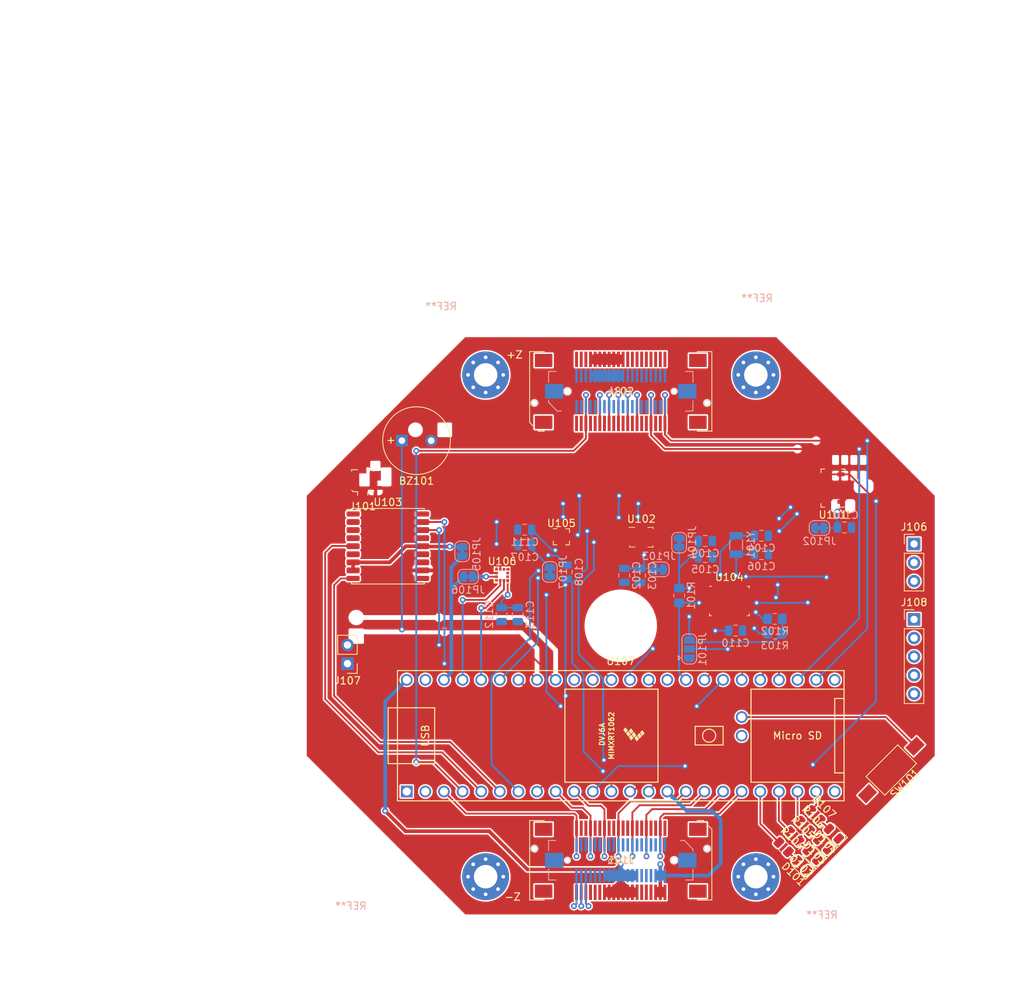
<source format=kicad_pcb>
(kicad_pcb (version 20211014) (generator pcbnew)
  (title_block (title "TARS MK4 Template") (date "2022-12-03") (rev "4.0") (company "Illinois Space Society") (comment 4 "Contributors: Peter Giannetos, Eisha Peyyeti, Danny Guller, Rishi Patel, Siddhant Panse, Buffett Lee"))
  (layers (0 "F.Cu" signal) (31 "B.Cu" signal) (34 "B.Paste" user) (35 "F.Paste" user) (36 "B.SilkS" user "B.Silkscreen") (37 "F.SilkS" user "F.Silkscreen") (38 "B.Mask" user) (39 "F.Mask" user) (44 "Edge.Cuts" user))
  (net 0 "")
  (net 1 "Net-(C101-Pad2)")
  (net 2 "Net-(C102-Pad2)")
  (net 3 "Net-(C104-Pad1)")
  (net 4 "Net-(C105-Pad1)")
  (net 5 "Net-(C106-Pad1)")
  (net 6 "Net-(C107-Pad2)")
  (net 7 "Net-(C108-Pad2)")
  (net 8 "Net-(C110-Pad1)")
  (net 9 "Net-(C112-Pad1)")
  (net 10 "Net-(D101-Pad2)")
  (net 11 "Net-(D102-Pad2)")
  (net 12 "Net-(D103-Pad2)")
  (net 13 "Net-(D104-Pad2)")
  (net 14 "/RESERVED_1")
  (net 15 "/RESERVED_2")
  (net 16 "/RESERVED_3")
  (net 17 "/RESERVED_4")
  (net 18 "/RESERVED_5")
  (net 19 "/TEENSY_GPIO_4")
  (net 20 "/TEENSY_GPIO_5")
  (net 21 "/RESERVED_6")
  (net 22 "/3V3")
  (net 23 "/TEENSY_GPIO_01")
  (net 24 "/TEENSY_GPIO_02")
  (net 25 "/TEENSY_GPIO_03")
  (net 26 "Net-(JP101-Pad2)")
  (net 27 "Net-(JP105-Pad2)")
  (net 28 "Net-(R102-Pad1)")
  (net 29 "Net-(R103-Pad1)")
  (net 38 "/B2B_UART_RX_TELEM")
  (net 39 "/B2B_UART_TX_TELEM")
  (net 40 "GND")
  (net 41 "/BNO086_BOOT")
  (net 42 "/SNS_SPI_SCK")
  (net 43 "/SNS_SPI_MISO")
  (net 44 "/BNO086_RESET")
  (net 45 "/BNO086_INT")
  (net 46 "/BNO086_CS")
  (net 47 "/SNS_SPI_MOSI")
  (net 48 "/5V")
  (net 49 "/B2B_I2C_SCL")
  (net 50 "/B2B_I2C_SDA")
  (net 51 "/PWM_BUZZER")
  (net 52 "/MS5611_CS")
  (net 53 "/B2B_SPI_MISO")
  (net 54 "/LSM6DSLTR_CS")
  (net 55 "/MAX-M10S_INT")
  (net 56 "/LED_BLUE")
  (net 57 "/LED_GREEN")
  (net 58 "/LED_ORANGE")
  (net 59 "/SNS_I2C_SCL")
  (net 60 "/LED_RED")
  (net 61 "/B2B_SPI_SCK")
  (net 62 "/B2B_SPI_MOSI")
  (net 63 "/SNS_I2C_SDA")
  (net 64 "/LSM6DSLTR_INT1")
  (net 65 "/LSM6DSLTR_INT2")
  (net 66 "/LIS3MDL_DRDY")
  (net 67 "/LIS3MDL_INT")
  (net 68 "/LIS3MDL_CS")
  (net 69 "/MAX-M10S_RESET")
  (net 70 "/KX134_CS")
  (net 71 "/KX134_INT1")
  (net 72 "/KX134_INT2")
  (net 73 "/B2B_SERVO_PWM")
  (net 74 "/Teensy_3V3")
  (net 75 "/BNO086_WAKE")
  (net 76 "/B2B_UART_TX_PMB")
  (net 77 "/B2B_UART_RX_PMB")
  (net 78 "/PROGRAM")
  (net 79 "Net-(J101-Pad1)")
  (footprint "Resistor_SMD:R_0805_2012Metric" (layer "F.Cu") (at 123.683839 128.733839 -45)
    (fp_text reference "R105")
    (fp_text value "470")
  )
  (footprint "Package_LGA:LGA-12_2x2mm_P0.5mm" (layer "F.Cu") (at 83.805 93.045)
    (fp_text reference "U106")
    (fp_text value "KX134-1211")
  )
  (footprint "Button_Switch_SMD:SW_SPST_FSMSM" (layer "F.Cu") (at 136.925 119.685 -135)
    (fp_text reference "SW101")
    (fp_text value "FSMSM Switch")
  )
  (footprint "Package_LGA:LGA-8_3x5mm_P1.25mm" (layer "F.Cu") (at 128.975 81.2 180)
    (fp_text reference "U101")
    (fp_text value "MS5611-01BA03")
  )
  (footprint "Connector_Coaxial:U.FL_Molex_MCRF_73412-0110_Vertical" (layer "F.Cu") (at 64.775 80.195)
    (fp_text reference "J101")
    (fp_text value "U.FL")
  )
  (footprint "Resistor_SMD:R_0805_2012Metric" (layer "F.Cu") (at 122.233839 130.208839 -45)
    (fp_text reference "R104")
    (fp_text value "470")
  )
  (footprint "Resistor_SMD:R_0805_2012Metric" (layer "F.Cu") (at 125.133839 127.308839 -45)
    (fp_text reference "R106")
    (fp_text value "470")
  )
  (footprint "Connector_Molex_BTB:Molex_SlimStack_2091680401_2x20_P0.635mm" (layer "F.Cu") (at 100 68 180)
    (fp_text reference "J102")
    (fp_text value "Molex_SlimStack_2091680401_2x20_P0.635mm")
    (fp_circle (center -11.78 -1.58) (end -11.38 -1.58) (layer "Edge.Cuts") (width 0.12) (fill none))
    (fp_circle (center 11.78 -1.58) (end 12.18 -1.58) (layer "Edge.Cuts") (width 0.12) (fill none))
  )
  (footprint "RF_GPS:ublox_MAX" (layer "F.Cu") (at 68.215 89.135)
    (fp_text reference "U103")
    (fp_text value "MAX-M10S")
  )
  (footprint "LED_SMD:LED_0805_2012Metric" (layer "F.Cu") (at 127.633839 129.833839 135)
    (fp_text reference "D103")
    (fp_text value "GREEN LED")
  )
  (footprint "LED_SMD:LED_0805_2012Metric" (layer "F.Cu") (at 129.083839 128.383839 135)
    (fp_text reference "D104")
    (fp_text value "BLUE LED")
  )
  (footprint "Resistor_SMD:R_0805_2012Metric" (layer "F.Cu") (at 126.583839 125.858839 -45)
    (fp_text reference "R107")
    (fp_text value "470")
  )
  (footprint "Connector_Molex_BTB:Molex_SlimStack_2091680401_2x20_P0.635mm" (layer "F.Cu") (at 100 132)
    (fp_text reference "J103")
    (fp_text value "Molex_SlimStack_2091680401_2x20_P0.635mm")
    (fp_circle (center 11.78 -1.58) (end 12.18 -1.58) (layer "Edge.Cuts") (width 0.12) (fill none))
    (fp_circle (center -11.78 -1.58) (end -11.38 -1.58) (layer "Edge.Cuts") (width 0.12) (fill none))
  )
  (footprint "Package_LGA:LGA-28_5.2x3.8mm_P0.5mm" (layer "F.Cu") (at 114.835 96.615)
    (fp_text reference "U104")
    (fp_text value "BNO086")
  )
  (footprint "Connector_PinHeader_2.54mm:PinHeader_1x05_P2.54mm_Vertical" (layer "F.Cu") (at 140.035 99.125)
    (fp_text reference "J108")
    (fp_text value "Conn_01x05")
  )
  (footprint "MCU_Teensy:Teensy41" (layer "F.Cu") (at 100 115)
    (fp_text reference "U107")
    (fp_text value "Teensy4.1")
  )
  (footprint "LED_SMD:LED_0805_2012Metric" (layer "F.Cu") (at 124.733839 132.733839 135)
    (fp_text reference "D101")
    (fp_text value "RED LED")
  )
  (footprint "LED_SMD:LED_0805_2012Metric" (layer "F.Cu") (at 126.183839 131.283839 135)
    (fp_text reference "D102")
    (fp_text value "ORANGE LED")
  )
  (footprint "Connector_PinHeader_2.54mm:PinHeader_1x03_P2.54mm_Vertical" (layer "F.Cu") (at 140.035 88.83)
    (fp_text reference "J106")
    (fp_text value "Conn_01x03")
  )
  (footprint "Package_LGA:LGA-12_2x2mm_P0.5mm" (layer "F.Cu") (at 91.9 87.85)
    (fp_text reference "U105")
    (fp_text value "LIS3MDL")
  )
  (footprint "Package_LGA:Bosch_LGA-14_3x2.5mm_P0.5mm" (layer "F.Cu") (at 102.82 87.91)
    (fp_text reference "U102")
    (fp_text value "LSM6DSLTR")
  )
  (footprint "Connector_PinHeader_2.54mm:PinHeader_1x02_P2.54mm_Vertical" (layer "F.Cu") (at 62.695 105.16 180)
    (fp_text reference "J107")
    (fp_text value "Conn_01x02")
  )
  (footprint "Buzzer_Beeper:MagneticBuzzer_PUI_AT-0927-TT-6-R" (layer "F.Cu") (at 70.125 74.725)
    (fp_text reference "BZ101")
    (fp_text value "Buzzer")
  )
  (footprint "Capacitor_SMD:C_0805_2012Metric" (layer "B.Cu") (at 119.205 87.705)
    (fp_text reference "C104")
    (fp_text value "22pF")
  )
  (footprint "Jumper:SolderJumper-2_P1.3mm_Bridged_RoundedPad1.0x1.5mm" (layer "B.Cu") (at 78.355 89.845 90)
    (fp_text reference "JP105")
    (fp_text value "Jumper_NC_Small")
  )
  (footprint "Jumper:SolderJumper-2_P1.3mm_Bridged_RoundedPad1.0x1.5mm" (layer "B.Cu") (at 127.125 86.65)
    (fp_text reference "JP102")
    (fp_text value "Jumper_NC_Small")
  )
  (footprint "Capacitor_SMD:C_0805_2012Metric" (layer "B.Cu") (at 86.9 88.95)
    (fp_text reference "C107")
    (fp_text value "1uF")
  )
  (footprint "Capacitor_SMD:C_0805_2012Metric" (layer "B.Cu") (at 119.205 90.205)
    (fp_text reference "C106")
    (fp_text value "22pF")
  )
  (footprint "Jumper:SolderJumper-3_P1.3mm_Open_RoundedPad1.0x1.5mm" (layer "B.Cu") (at 109.355 103.175 90)
    (fp_text reference "JP101")
    (fp_text value "SolderJumper_3_Open")
  )
  (footprint "Resistor_SMD:R_0805_2012Metric_Pad1.20x1.40mm_HandSolder" (layer "B.Cu") (at 121.035 101.045)
    (fp_text reference "R103")
    (fp_text value "2.2k")
  )
  (footprint "Capacitor_SMD:C_0805_2012Metric" (layer "B.Cu") (at 85.945 98.475 90)
    (fp_text reference "C113")
    (fp_text value "100nF")
  )
  (footprint "Capacitor_SMD:C_0805_2012Metric" (layer "B.Cu") (at 111.545 88.425)
    (fp_text reference "C109")
    (fp_text value "0.1uF")
  )
  (footprint "Capacitor_SMD:C_0805_2012Metric" (layer "B.Cu") (at 86.885 86.88)
    (fp_text reference "C111")
    (fp_text value "100nF")
  )
  (footprint "Jumper:SolderJumper-2_P1.3mm_Bridged_RoundedPad1.0x1.5mm" (layer "B.Cu") (at 90.325 92.65 90)
    (fp_text reference "JP107")
    (fp_text value "Jumper_2_Bridged")
  )
  (footprint "Capacitor_SMD:C_0805_2012Metric" (layer "B.Cu") (at 130.55 86.575 180)
    (fp_text reference "C101")
    (fp_text value "100nF")
  )
  (footprint "MountingHole:MountingHole_3.2mm_M3_Pad_Via" (layer "B.Cu") (at 118.442536 134.247282 180)
    (fp_text reference "REF**")
    (fp_text value "MountingHole_3.2mm_M3_Pad_Via")
  )
  (footprint "MountingHole:MountingHole_3.2mm_M3_Pad_Via" (layer "B.Cu") (at 81.557464 134.247282 180)
    (fp_text reference "REF**")
    (fp_text value "MountingHole_3.2mm_M3_Pad_Via")
  )
  (footprint "Connector_Molex_BTB:Molex_SlimStack_Plug_2x20_P0.365mm" (layer "B.Cu") (at 100 67.99)
    (fp_text reference "J104")
    (fp_text value "Molex_SlimStack_Plug_2x20_P0.365mm")
    (fp_circle (center -7.285 0) (end -6.835 0) (layer "Edge.Cuts") (width 0.1) (fill none))
    (fp_circle (center 7.285 0) (end 7.635 0) (layer "Edge.Cuts") (width 0.1) (fill none))
  )
  (footprint "Resistor_SMD:R_0805_2012Metric_Pad1.20x1.40mm_HandSolder" (layer "B.Cu") (at 107.975 95.865 90)
    (fp_text reference "R101")
    (fp_text value "10k")
  )
  (footprint "MountingHole:MountingHole_3.2mm_M3_Pad_Via" (layer "B.Cu") (at 81.557464 65.752718 180)
    (fp_text reference "REF**")
    (fp_text value "MountingHole_3.2mm_M3_Pad_Via")
  )
  (footprint "Resistor_SMD:R_0805_2012Metric_Pad1.20x1.40mm_HandSolder" (layer "B.Cu") (at 121.035 99.055)
    (fp_text reference "R102")
    (fp_text value "2.2k")
  )
  (footprint "MountingHole:MountingHole_3.2mm_M3_Pad_Via" (layer "B.Cu") (at 118.442536 65.752718 180)
    (fp_text reference "REF**")
    (fp_text value "MountingHole_3.2mm_M3_Pad_Via")
  )
  (footprint "Capacitor_SMD:C_0805_2012Metric" (layer "B.Cu") (at 111.545 90.615)
    (fp_text reference "C105")
    (fp_text value "0.1uF")
  )
  (footprint "Connector_Molex_BTB:Molex_SlimStack_Plug_2x20_P0.365mm" (layer "B.Cu") (at 100 132 180)
    (fp_text reference "J105")
    (fp_text value "Molex_SlimStack_Plug_2x20_P0.365mm")
    (fp_circle (center -7.285 0) (end -6.835 0) (layer "Edge.Cuts") (width 0.1) (fill none))
    (fp_circle (center 7.285 0) (end 7.635 0) (layer "Edge.Cuts") (width 0.1) (fill none))
  )
  (footprint "Jumper:SolderJumper-2_P1.3mm_Bridged_RoundedPad1.0x1.5mm" (layer "B.Cu") (at 107.965 88.655 90)
    (fp_text reference "JP104")
    (fp_text value "Jumper_2_Bridged")
  )
  (footprint "Capacitor_SMD:C_0805_2012Metric" (layer "B.Cu") (at 102.625 93.15 90)
    (fp_text reference "C103")
    (fp_text value "100nF")
  )
  (footprint "Crystal:Crystal_SMD_3215-2Pin_3.2x1.5mm" (layer "B.Cu") (at 115.755 88.955 90)
    (fp_text reference "Y101")
    (fp_text value "32.768kHz")
  )
  (footprint "Capacitor_SMD:C_0805_2012Metric" (layer "B.Cu") (at 100.475 93.125 90)
    (fp_text reference "C102")
    (fp_text value "100nF")
  )
  (footprint "Jumper:SolderJumper-2_P1.3mm_Bridged_RoundedPad1.0x1.5mm" (layer "B.Cu") (at 79.165 93.295)
    (fp_text reference "JP106")
    (fp_text value "Jumper_NC_Small")
  )
  (footprint "Capacitor_SMD:C_0805_2012Metric" (layer "B.Cu") (at 83.735 98.475 -90)
    (fp_text reference "C112")
    (fp_text value "100nF")
  )
  (footprint "Capacitor_SMD:C_0805_2012Metric" (layer "B.Cu") (at 92.625 92.65 90)
    (fp_text reference "C108")
    (fp_text value "100nf")
  )
  (footprint "Jumper:SolderJumper-2_P1.3mm_Bridged_RoundedPad1.0x1.5mm" (layer "B.Cu") (at 105.2 92.3 180)
    (fp_text reference "JP103")
    (fp_text value "Jumper_2_Bridged")
  )
  (footprint "Capacitor_SMD:C_0805_2012Metric" (layer "B.Cu") (at 115.675 100.655)
    (fp_text reference "C110")
    (fp_text value "0.1uF")
  )
  (gr_line locked (start 78.712663 60.47) (end 57.011885 82.19374) (layer "Edge.Cuts") (width 0.01))
  (gr_circle locked (center 81.557464 65.752718) (end 83.107464 65.752718) (layer "Edge.Cuts") (width 0.01) (fill none))
  (gr_circle locked (center 100 100) (end 104.8125 100) (layer "Edge.Cuts") (width 0.01) (fill none))
  (gr_line locked (start 121.287337 139.53) (end 142.988115 117.80626) (layer "Edge.Cuts") (width 0.01))
  (gr_line locked (start 121.287337 139.53) (end 78.712663 139.53) (layer "Edge.Cuts") (width 0.01))
  (gr_circle locked (center 118.442536 65.752718) (end 120.042536 65.752718) (layer "Edge.Cuts") (width 0.01) (fill none))
  (gr_line locked (start 142.988115 82.19374) (end 121.287337 60.47) (layer "Edge.Cuts") (width 0.01))
  (gr_line locked (start 142.988115 117.80626) (end 142.988115 82.19374) (layer "Edge.Cuts") (width 0.01))
  (gr_line locked (start 57.011885 82.19374) (end 57.011885 117.80626) (layer "Edge.Cuts") (width 0.01))
  (gr_circle locked (center 118.442536 134.247282) (end 120.042536 134.247282) (layer "Edge.Cuts") (width 0.01) (fill none))
  (gr_line locked (start 57.011885 117.80626) (end 78.712663 139.53) (layer "Edge.Cuts") (width 0.01))
  (gr_line locked (start 121.287337 60.47) (end 78.712663 60.47) (layer "Edge.Cuts") (width 0.01))
  (gr_circle locked (center 81.557464 134.247282) (end 83.157464 134.247282) (layer "Edge.Cuts") (width 0.01) (fill none))
  (gr_text "-Z" (at 85.25 137) (layer "F.SilkS") (effects (font (size 1 1))))
  (gr_text "+Z" (at 85.5 63) (layer "F.SilkS") (effects (font (size 1 1))))
  (segment (start 130.05 83.925) (end 129.575 84.4) (width 0.25) (layer "F.Cu") (net 1))
  (segment (start 130.05 83.075) (end 130.05 83.925) (width 0.25) (layer "F.Cu") (net 1))
  (via (at 129.575 84.4) (size 0.8) (drill 0.4) (layers "F.Cu" "B.Cu") (net 1))
  (segment (start 129.525 86.65) (end 129.6 86.575) (width 0.25) (layer "B.Cu") (net 1))
  (segment (start 129.575 84.4) (end 129.575 86.55) (width 0.25) (layer "B.Cu") (net 1))
  (segment (start 129.575 86.55) (end 129.6 86.575) (width 0.25) (layer "B.Cu") (net 1))
  (segment (start 129.575 84.85) (end 129.575 84.4) (width 0.25) (layer "B.Cu") (net 1))
  (segment (start 127.775 86.65) (end 129.525 86.65) (width 0.25) (layer "B.Cu") (net 1))
  (segment (start 104.0825 88.66) (end 104.0825 89.4175) (width 0.25) (layer "F.Cu") (net 2))
  (segment (start 102.32 89.47) (end 103.175 90.325) (width 0.25) (layer "F.Cu") (net 2))
  (segment (start 102.32 88.9225) (end 102.32 89.47) (width 0.25) (layer "F.Cu") (net 2))
  (segment (start 104.0825 89.4175) (end 103.175 90.325) (width 0.25) (layer "F.Cu") (net 2))
  (via (at 103.175 90.325) (size 0.8) (drill 0.4) (layers "F.Cu" "B.Cu") (net 2))
  (segment (start 100.475 92.175) (end 104.425 92.175) (width 0.25) (layer "B.Cu") (net 2))
  (segment (start 103.175 91.65) (end 102.625 92.2) (width 0.25) (layer "B.Cu") (net 2))
  (segment (start 103.175 90.325) (end 103.175 91.65) (width 0.25) (layer "B.Cu") (net 2))
  (segment (start 104.425 92.175) (end 104.55 92.3) (width 0.25) (layer "B.Cu") (net 2))
  (segment (start 113.585 94.9525) (end 113.585 93.04) (width 0.25) (layer "F.Cu") (net 3))
  (segment (start 113.585 93.04) (end 113.585 93.045) (width 0.25) (layer "F.Cu") (net 3))
  (via (at 113.585 93.045) (size 0.8) (drill 0.4) (layers "F.Cu" "B.Cu") (net 3))
  (segment (start 113.585 89.875) (end 115.755 87.705) (width 0.25) (layer "B.Cu") (net 3))
  (segment (start 118.255 87.705) (end 115.755 87.705) (width 0.25) (layer "B.Cu") (net 3))
  (segment (start 113.585 93.045) (end 113.585 89.875) (width 0.25) (layer "B.Cu") (net 3))
  (segment (start 112.372 93.625) (end 110.1 93.625) (width 0.25) (layer "F.Cu") (net 4))
  (segment (start 113.085 94.9525) (end 113.085 94.338) (width 0.25) (layer "F.Cu") (net 4))
  (segment (start 110.245 98.745) (end 111.625 97.365) (width 0.25) (layer "F.Cu") (net 4))
  (segment (start 109.345 94.38) (end 109.345 94.865) (width 0.25) (layer "F.Cu") (net 4))
  (segment (start 111.625 97.365) (end 112.4475 97.365) (width 0.25) (layer "F.Cu") (net 4))
  (segment (start 110.1 93.625) (end 109.345 94.38) (width 0.25) (layer "F.Cu") (net 4))
  (segment (start 109.345 94.865) (end 109.345 98.315) (width 0.25) (layer "F.Cu") (net 4))
  (segment (start 113.085 94.338) (end 112.372 93.625) (width 0.25) (layer "F.Cu") (net 4))
  (segment (start 109.935 94.865) (end 111.435 96.365) (width 0.25) (layer "F.Cu") (net 4))
  (segment (start 109.345 98.315) (end 109.345 98.745) (width 0.25) (layer "F.Cu") (net 4))
  (segment (start 109.345 94.865) (end 109.935 94.865) (width 0.25) (layer "F.Cu") (net 4))
  (segment (start 111.435 96.365) (end 112.4475 96.365) (width 0.25) (layer "F.Cu") (net 4))
  (segment (start 109.345 98.745) (end 110.245 98.745) (width 0.25) (layer "F.Cu") (net 4))
  (via (at 109.345 98.745) (size 0.8) (drill 0.4) (layers "F.Cu" "B.Cu") (net 4))
  (via (at 109.345 94.865) (size 0.8) (drill 0.4) (layers "F.Cu" "B.Cu") (net 4))
  (segment (start 109.505 90.615) (end 107.975 92.145) (width 0.25) (layer "B.Cu") (net 4))
  (segment (start 107.975 92.145) (end 107.975 94.865) (width 0.25) (layer "B.Cu") (net 4))
  (segment (start 109.705 102.225) (end 109.355 101.875) (width 0.25) (layer "B.Cu") (net 4))
  (segment (start 110.595 90.615) (end 109.505 90.615) (width 0.25) (layer "B.Cu") (net 4))
  (segment (start 108.955 94.865) (end 109.345 94.865) (width 0.25) (layer "B.Cu") (net 4))
  (segment (start 110.595 88.425) (end 110.595 90.615) (width 0.25) (layer "B.Cu") (net 4))
  (segment (start 109.345 98.745) (end 109.345 101.865) (width 0.25) (layer "B.Cu") (net 4))
  (segment (start 122.035 101.045) (end 120.855 102.225) (width 0.25) (layer "B.Cu") (net 4))
  (segment (start 120.855 102.225) (end 109.705 102.225) (width 0.25) (layer "B.Cu") (net 4))
  (segment (start 107.975 89.315) (end 107.975 92.145) (width 0.25) (layer "B.Cu") (net 4))
  (segment (start 109.345 101.865) (end 109.355 101.875) (width 0.25) (layer "B.Cu") (net 4))
  (segment (start 122.035 101.045) (end 122.035 99.055) (width 0.25) (layer "B.Cu") (net 4))
  (segment (start 107.965 89.305) (end 107.975 89.315) (width 0.25) (layer "B.Cu") (net 4))
  (segment (start 107.975 94.865) (end 108.955 94.865) (width 0.25) (layer "B.Cu") (net 4))
  (segment (start 114.085 94.9525) (end 114.085 93.915) (width 0.25) (layer "F.Cu") (net 5))
  (segment (start 114.085 93.915) (end 114.4 93.6) (width 0.25) (layer "F.Cu") (net 5))
  (segment (start 114.4 93.6) (end 114.835 93.165) (width 0.25) (layer "F.Cu") (net 5))
  (segment (start 114.835 93.165) (end 115.705 93.165) (width 0.25) (layer "F.Cu") (net 5))
  (via (at 115.705 93.165) (size 0.8) (drill 0.4) (layers "F.Cu" "B.Cu") (net 5))
  (segment (start 115.705 93.165) (end 115.755 93.115) (width 0.25) (layer "B.Cu") (net 5))
  (segment (start 115.755 93.115) (end 115.755 90.205) (width 0.25) (layer "B.Cu") (net 5))
  (segment (start 115.755 90.205) (end 118.255 90.205) (width 0.25) (layer "B.Cu") (net 5))
  (segment (start 91.062701 89.687701) (end 91.65 89.100402) (width 0.25) (layer "F.Cu") (net 6))
  (segment (start 91.65 89.100402) (end 91.65 88.6125) (width 0.25) (layer "F.Cu") (net 6))
  (segment (start 91.65 88.6125) (end 92.15 88.6125) (width 0.25) (layer "F.Cu") (net 6))
  (via (at 91.062701 89.687701) (size 0.8) (drill 0.4) (layers "F.Cu" "B.Cu") (net 6))
  (segment (start 87.85 89.525) (end 87.85 88.95) (width 0.25) (layer "B.Cu") (net 6))
  (segment (start 87.835 88.935) (end 87.85 88.95) (width 0.25) (layer "B.Cu") (net 6))
  (segment (start 90.325 92) (end 87.85 89.525) (width 0.25) (layer "B.Cu") (net 6))
  (segment (start 87.835 86.88) (end 87.835 88.935) (width 0.25) (layer "B.Cu") (net 6))
  (segment (start 90.642701 89.687701) (end 91.062701 89.687701) (width 0.25) (layer "B.Cu") (net 6))
  (segment (start 87.835 86.88) (end 90.642701 89.687701) (width 0.25) (layer "B.Cu") (net 6))
  (segment (start 90.25 88.6) (end 89.525 89.325) (width 0.25) (layer "F.Cu") (net 7))
  (segment (start 91.1375 88.6) (end 90.25 88.6) (width 0.25) (layer "F.Cu") (net 7))
  (segment (start 89.525 89.8) (end 90.1 90.375) (width 0.25) (layer "F.Cu") (net 7))
  (segment (start 89.525 89.325) (end 89.525 89.8) (width 0.25) (layer "F.Cu") (net 7))
  (via (at 90.1 90.375) (size 0.8) (drill 0.4) (layers "F.Cu" "B.Cu") (net 7))
  (segment (start 91.337701 90.412701) (end 92.625 91.7) (width 0.25) (layer "B.Cu") (net 7))
  (segment (start 90.137701 90.412701) (end 91.337701 90.412701) (width 0.25) (layer "B.Cu") (net 7))
  (segment (start 90.1 90.375) (end 90.137701 90.412701) (width 0.25) (layer "B.Cu") (net 7))
  (segment (start 114.085 98.2775) (end 114.085 99.505) (width 0.25) (layer "F.Cu") (net 8))
  (segment (start 114.085 99.505) (end 112.915 100.675) (width 0.25) (layer "F.Cu") (net 8))
  (via (at 112.915 100.675) (size 0.8) (drill 0.4) (layers "F.Cu" "B.Cu") (net 8))
  (segment (start 114.725 100.655) (end 112.935 100.655) (width 0.25) (layer "B.Cu") (net 8))
  (segment (start 112.935 100.655) (end 112.915 100.675) (width 0.25) (layer "B.Cu") (net 8))
  (segment (start 84.5675 95.7425) (end 84.565 95.745) (width 0.25) (layer "F.Cu") (net 9))
  (segment (start 83.0425 93.295) (end 81.615 93.295) (width 0.25) (layer "F.Cu") (net 9))
  (segment (start 84.5675 93.795) (end 84.5675 95.7425) (width 0.25) (layer "F.Cu") (net 9))
  (via (at 84.565 95.745) (size 0.8) (drill 0.4) (layers "F.Cu" "B.Cu") (net 9))
  (via (at 81.615 93.295) (size 0.8) (drill 0.4) (layers "F.Cu" "B.Cu") (net 9))
  (segment (start 83.735 96.575) (end 83.735 97.525) (width 0.25) (layer "B.Cu") (net 9))
  (segment (start 79.815 93.295) (end 81.615 93.295) (width 0.5) (layer "B.Cu") (net 9))
  (segment (start 84.565 95.745) (end 83.735 96.575) (width 0.25) (layer "B.Cu") (net 9))
  (segment (start 83.735 97.525) (end 85.945 97.525) (width 0.25) (layer "B.Cu") (net 9))
  (segment (start 122.920235 130.345235) (end 122.945235 130.345235) (width 0.25) (layer "F.Cu") (net 10))
  (segment (start 122.879074 130.879074) (end 124.070926 132.070926) (width 0.25) (layer "F.Cu") (net 10))
  (segment (start 123.070235 130.445235) (end 123.070235 130.470235) (width 0.25) (layer "F.Cu") (net 10))
  (segment (start 124.329074 129.429074) (end 125.520926 130.620926) (width 0.25) (layer "F.Cu") (net 11))
  (segment (start 124.670235 128.695235) (end 124.670235 128.795235) (width 0.25) (layer "F.Cu") (net 11))
  (segment (start 124.520235 128.970235) (end 124.520235 129.020235) (width 0.25) (layer "F.Cu") (net 11))
  (segment (start 125.779074 127.979074) (end 126.970926 129.170926) (width 0.25) (layer "F.Cu") (net 12))
  (segment (start 125.970235 127.545235) (end 125.970235 127.570235) (width 0.25) (layer "F.Cu") (net 12))
  (segment (start 127.229074 126.529074) (end 128.420926 127.720926) (width 0.25) (layer "F.Cu") (net 13))
  (segment (start 127.229074 126.504074) (end 127.229074 126.529074) (width 0.25) (layer "F.Cu") (net 13))
  (segment (start 97.1425 72.375) (end 97.1425 68.5025) (width 0.25) (layer "F.Cu") (net 14))
  (segment (start 97.1425 68.5025) (end 97.145 68.5) (width 0.25) (layer "F.Cu") (net 14))
  (via (at 97.145 68.5) (size 0.8) (drill 0.4) (layers "F.Cu" "B.Cu") (net 14))
  (segment (start 97.145 70.0875) (end 97.1425 70.09) (width 0.25) (layer "B.Cu") (net 14))
  (segment (start 97.145 68.5) (end 97.145 70.0875) (width 0.25) (layer "B.Cu") (net 14))
  (segment (start 98.4125 72.375) (end 98.4125 68.5025) (width 0.25) (layer "F.Cu") (net 15))
  (segment (start 98.4125 68.5025) (end 98.415 68.5) (width 0.25) (layer "F.Cu") (net 15))
  (via (at 98.415 68.5) (size 0.8) (drill 0.4) (layers "F.Cu" "B.Cu") (net 15))
  (segment (start 98.415 68.5) (end 98.415 70.0875) (width 0.25) (layer "B.Cu") (net 15))
  (segment (start 98.415 70.0875) (end 98.4125 70.09) (width 0.25) (layer "B.Cu") (net 15))
  (segment (start 99.6825 72.375) (end 99.6825 68.5025) (width 0.25) (layer "F.Cu") (net 16))
  (segment (start 99.6825 68.5025) (end 99.685 68.5) (width 0.25) (layer "F.Cu") (net 16))
  (via (at 99.685 68.5) (size 0.8) (drill 0.4) (layers "F.Cu" "B.Cu") (net 16))
  (segment (start 99.6825 70.09) (end 99.6825 68.5025) (width 0.25) (layer "B.Cu") (net 16))
  (segment (start 99.6825 68.5025) (end 99.685 68.5) (width 0.25) (layer "B.Cu") (net 16))
  (segment (start 100.9525 72.375) (end 100.9525 68.5025) (width 0.25) (layer "F.Cu") (net 17))
  (segment (start 100.9525 68.5025) (end 100.955 68.5) (width 0.25) (layer "F.Cu") (net 17))
  (via (at 100.955 68.5) (size 0.8) (drill 0.4) (layers "F.Cu" "B.Cu") (net 17))
  (segment (start 100.9525 68.5025) (end 100.955 68.5) (width 0.25) (layer "B.Cu") (net 17))
  (segment (start 100.9525 70.09) (end 100.9525 68.5025) (width 0.25) (layer "B.Cu") (net 17))
  (segment (start 102.2225 68.5025) (end 102.225 68.5) (width 0.25) (layer "F.Cu") (net 18))
  (segment (start 102.2225 72.375) (end 102.2225 68.5025) (width 0.25) (layer "F.Cu") (net 18))
  (via (at 102.225 68.5) (size 0.8) (drill 0.4) (layers "F.Cu" "B.Cu") (net 18))
  (segment (start 102.2225 68.5025) (end 102.225 68.5) (width 0.25) (layer "B.Cu") (net 18))
  (segment (start 102.2225 70.09) (end 102.2225 68.5025) (width 0.25) (layer "B.Cu") (net 18))
  (segment (start 96.19 107.38) (end 96.275 107.295) (width 0.25) (layer "B.Cu") (net 20))
  (segment (start 96.5075 63.625) (end 99.6825 63.625) (width 1.5) (layer "F.Cu") (net 22))
  (segment (start 96.5075 65.89) (end 99.6825 65.89) (width 1.5) (layer "B.Cu") (net 22))
  (segment (start 93.9675 137.903882) (end 93.606382 138.265) (width 0.25) (layer "F.Cu") (net 23))
  (segment (start 93.9675 136.375) (end 93.9675 137.903882) (width 0.25) (layer "F.Cu") (net 23))
  (via (at 93.606382 138.265) (size 0.8) (drill 0.4) (layers "F.Cu" "B.Cu") (net 23))
  (segment (start 93.9675 137.903882) (end 93.606382 138.265) (width 0.25) (layer "B.Cu") (net 23))
  (segment (start 93.9675 134.1) (end 93.9675 137.903882) (width 0.25) (layer "B.Cu") (net 23))
  (segment (start 94.6025 136.375) (end 94.6025 138.2625) (width 0.25) (layer "F.Cu") (net 24))
  (segment (start 94.6025 138.2625) (end 94.605 138.265) (width 0.25) (layer "F.Cu") (net 24))
  (via (at 94.605 138.265) (size 0.8) (drill 0.4) (layers "F.Cu" "B.Cu") (net 24))
  (segment (start 94.605 138.265) (end 94.6025 138.2625) (width 0.25) (layer "B.Cu") (net 24))
  (segment (start 94.6025 138.2625) (end 94.6025 134.1) (width 0.25) (layer "B.Cu") (net 24))
  (segment (start 95.2375 136.375) (end 95.2375 137.900313) (width 0.25) (layer "F.Cu") (net 25))
  (segment (start 95.2375 137.900313) (end 95.602187 138.265) (width 0.25) (layer "F.Cu") (net 25))
  (via (at 95.602187 138.265) (size 0.8) (drill 0.4) (layers "F.Cu" "B.Cu") (net 25))
  (segment (start 95.2375 137.900313) (end 95.602187 138.265) (width 0.25) (layer "B.Cu") (net 25))
  (segment (start 95.2375 134.1) (end 95.2375 137.900313) (width 0.25) (layer "B.Cu") (net 25))
  (segment (start 114.585 103.175) (end 114.585 98.2775) (width 0.25) (layer "F.Cu") (net 26))
  (via (at 114.585 103.175) (size 0.8) (drill 0.4) (layers "F.Cu" "B.Cu") (net 26))
  (segment (start 109.355 103.175) (end 114.585 103.175) (width 0.25) (layer "B.Cu") (net 26))
  (segment (start 72.8 89.25) (end 73.341783 89.25) (width 0.25) (layer "F.Cu") (net 27))
  (segment (start 63.465 91.335) (end 63.465 92.435) (width 0.5) (layer "F.Cu") (net 27))
  (segment (start 68.465 91.335) (end 70.665 89.135) (width 0.5) (layer "F.Cu") (net 27))
  (segment (start 70.665 89.135) (end 72.965 89.135) (width 0.5) (layer "F.Cu") (net 27))
  (segment (start 73.341783 89.25) (end 73.346783 89.255) (width 0.25) (layer "F.Cu") (net 27))
  (segment (start 73.015 89.185) (end 72.965 89.135) (width 0.5) (layer "F.Cu") (net 27))
  (segment (start 76.655 89.185) (end 73.015 89.185) (width 0.5) (layer "F.Cu") (net 27))
  (segment (start 63.465 91.335) (end 68.465 91.335) (width 0.5) (layer "F.Cu") (net 27))
  (via (at 76.655 89.185) (size 0.8) (drill 0.4) (layers "F.Cu" "B.Cu") (net 27))
  (segment (start 76.665 89.195) (end 76.655 89.185) (width 0.5) (layer "B.Cu") (net 27))
  (segment (start 78.355 89.195) (end 76.665 89.195) (width 0.5) (layer "B.Cu") (net 27))
  (segment (start 118.435 98.135) (end 117.665 97.365) (width 0.25) (layer "F.Cu") (net 28))
  (segment (start 117.665 97.365) (end 117.2225 97.365) (width 0.25) (layer "F.Cu") (net 28))
  (via (at 118.435 98.135) (size 0.8) (drill 0.4) (layers "F.Cu" "B.Cu") (net 28))
  (segment (start 118.435 98.135) (end 119.355 99.055) (width 0.25) (layer "B.Cu") (net 28))
  (segment (start 119.355 99.055) (end 120.035 99.055) (width 0.25) (layer "B.Cu") (net 28))
  (segment (start 118.225 100.335) (end 117.085 99.195) (width 0.25) (layer "F.Cu") (net 29))
  (segment (start 117.085 99.195) (end 117.085 98.2775) (width 0.25) (layer "F.Cu") (net 29))
  (via (at 118.225 100.335) (size 0.8) (drill 0.4) (layers "F.Cu" "B.Cu") (net 29))
  (segment (start 118.225 100.335) (end 118.935 101.045) (width 0.25) (layer "B.Cu") (net 29))
  (segment (start 118.935 101.045) (end 120.035 101.045) (width 0.25) (layer "B.Cu") (net 29))
  (segment (start 95.8725 131.4625) (end 95.875 131.465) (width 0.25) (layer "F.Cu") (net 38))
  (segment (start 95.8725 131.4925) (end 95.875 131.495) (width 0.25) (layer "F.Cu") (net 38))
  (segment (start 93.325 124.835) (end 91.11 122.62) (width 0.25) (layer "F.Cu") (net 38))
  (segment (start 95.8725 127.625) (end 95.8725 125.8925) (width 0.25) (layer "F.Cu") (net 38))
  (segment (start 95.8725 127.625) (end 95.8725 131.4625) (width 0.25) (layer "F.Cu") (net 38))
  (segment (start 95.8725 125.8925) (end 94.815 124.835) (width 0.25) (layer "F.Cu") (net 38))
  (segment (start 94.815 124.835) (end 93.325 124.835) (width 0.25) (layer "F.Cu") (net 38))
  (via (at 95.875 131.465) (size 0.8) (drill 0.4) (layers "F.Cu" "B.Cu") (net 38))
  (segment (start 95.875 129.9025) (end 95.8725 129.9) (width 0.25) (layer "B.Cu") (net 38))
  (segment (start 95.875 131.465) (end 95.875 129.9025) (width 0.25) (layer "B.Cu") (net 38))
  (segment (start 97.7775 127.625) (end 97.7775 131.4625) (width 0.25) (layer "F.Cu") (net 39))
  (segment (start 97.7775 131.4625) (end 97.775 131.465) (width 0.25) (layer "F.Cu") (net 39))
  (segment (start 95.595 124.565) (end 97.285 124.565) (width 0.25) (layer "F.Cu") (net 39))
  (segment (start 97.7775 125.0575) (end 97.7775 127.625) (width 0.25) (layer "F.Cu") (net 39))
  (segment (start 97.7775 131.6225) (end 97.775 131.625) (width 0.25) (layer "F.Cu") (net 39))
  (segment (start 93.65 122.62) (end 95.595 124.565) (width 0.25) (layer "F.Cu") (net 39))
  (segment (start 97.285 124.565) (end 97.7775 125.0575) (width 0.25) (layer "F.Cu") (net 39))
  (via (at 97.775 131.465) (size 0.8) (drill 0.4) (layers "F.Cu" "B.Cu") (net 39))
  (segment (start 97.7775 129.9) (end 97.7775 131.4625) (width 0.25) (layer "B.Cu") (net 39))
  (segment (start 97.7775 131.4625) (end 97.775 131.465) (width 0.25) (layer "B.Cu") (net 39))
  (segment (start 112.4475 96.865) (end 110.695 96.865) (width 0.25) (layer "F.Cu") (net 41))
  (via (at 110.695 96.865) (size 0.8) (drill 0.4) (layers "F.Cu" "B.Cu") (net 41))
  (segment (start 107.975 106.465) (end 108.89 107.38) (width 0.25) (layer "B.Cu") (net 41))
  (segment (start 107.975 96.865) (end 110.695 96.865) (width 0.25) (layer "B.Cu") (net 41))
  (segment (start 107.975 96.865) (end 107.975 106.465) (width 0.25) (layer "B.Cu") (net 41))
  (segment (start 104.15 84.35) (end 89.55 84.35) (width 0.25) (layer "F.Cu") (net 42))
  (segment (start 118.91 84.35) (end 104.15 84.35) (width 0.25) (layer "F.Cu") (net 42))
  (segment (start 88.625 84.35) (end 83.555 89.42) (width 0.25) (layer "F.Cu") (net 42))
  (segment (start 102.82 85.68) (end 104.15 84.35) (width 0.25) (layer "F.Cu") (net 42))
  (segment (start 91.1375 87.1) (end 91.1375 85.9375) (width 0.25) (layer "F.Cu") (net 42))
  (segment (start 91.1375 85.9375) (end 89.55 84.35) (width 0.25) (layer "F.Cu") (net 42))
  (segment (start 105.355 108.925) (end 121.775 108.925) (width 0.25) (layer "F.Cu") (net 42))
  (segment (start 83.555 89.42) (end 83.555 92.2825) (width 0.25) (layer "F.Cu") (net 42))
  (segment (start 122.715 96.615) (end 122.715 88.155) (width 0.25) (layer "F.Cu") (net 42))
  (segment (start 122.715 88.155) (end 121.6425 87.0825) (width 0.25) (layer "F.Cu") (net 42))
  (segment (start 121.775 108.925) (end 122.715 107.985) (width 0.25) (layer "F.Cu") (net 42))
  (segment (start 122.715 107.985) (end 122.715 96.615) (width 0.25) (layer "F.Cu") (net 42))
  (segment (start 121.325 95.225) (end 122.715 96.615) (width 0.25) (layer "F.Cu") (net 42))
  (segment (start 127.9 83.075) (end 125.7 83.075) (width 0.25) (layer "F.Cu") (net 42))
  (segment (start 117.8625 95.225) (end 121.325 95.225) (width 0.25) (layer "F.Cu") (net 42))
  (segment (start 89.55 84.35) (end 88.625 84.35) (width 0.25) (layer "F.Cu") (net 42))
  (segment (start 117.2225 95.865) (end 117.8625 95.225) (width 0.25) (layer "F.Cu") (net 42))
  (segment (start 121.6425 87.0825) (end 118.91 84.35) (width 0.25) (layer "F.Cu") (net 42))
  (segment (start 102.82 86.8975) (end 102.82 85.68) (width 0.25) (layer "F.Cu") (net 42))
  (segment (start 125.7 83.075) (end 124.05 84.725) (width 0.25) (layer "F.Cu") (net 42))
  (segment (start 103.81 107.38) (end 105.355 108.925) (width 0.25) (layer "F.Cu") (net 42))
  (via (at 121.6425 87.0825) (size 0.8) (drill 0.4) (layers "F.Cu" "B.Cu") (net 42))
  (via (at 124.05 84.725) (size 0.8) (drill 0.4) (layers "F.Cu" "B.Cu") (net 42))
  (segment (start 121.6925 87.0825) (end 121.6425 87.0825) (width 0.25) (layer "B.Cu") (net 42))
  (segment (start 124.05 84.725) (end 121.6925 87.0825) (width 0.25) (layer "B.Cu") (net 42))
  (segment (start 115.885 110.375) (end 126.075 110.375) (width 0.25) (layer "F.Cu") (net 43))
  (segment (start 128.075 90.1) (end 122.0975 84.1225) (width 0.25) (layer "F.Cu") (net 43))
  (segment (start 101.5575 87.16) (end 100.885 87.16) (width 0.25) (layer "F.Cu") (net 43))
  (segment (start 86.625 82.25) (end 94.325 82.25) (width 0.25) (layer "F.Cu") (net 43))
  (segment (start 92.6625 87.6) (end 94.125 87.6) (width 0.25) (layer "F.Cu") (net 43))
  (segment (start 122.0975 84.1225) (end 122.0525 84.1225) (width 0.25) (layer "F.Cu") (net 43))
  (segment (start 103.81 122.62) (end 103.81 122.45) (width 0.25) (layer "F.Cu") (net 43))
  (segment (start 117.085 93.285) (end 117.085 94.9525) (width 0.25) (layer "F.Cu") (net 43))
  (segment (start 126.075 110.375) (end 128.075 108.375) (width 0.25) (layer "F.Cu") (net 43))
  (segment (start 119.275 82.275) (end 119.25 82.25) (width 0.25) (layer "F.Cu") (net 43))
  (segment (start 83.0625 85.8125) (end 86.625 82.25) (width 0.25) (layer "F.Cu") (net 43))
  (segment (start 99.725 86) (end 99.725 85.225) (width 0.25) (layer "F.Cu") (net 43))
  (segment (start 83.0425 92.295) (end 83.0425 88.8325) (width 0.25) (layer "F.Cu") (net 43))
  (segment (start 120.205 82.275) (end 119.275 82.275) (width 0.25) (layer "F.Cu") (net 43))
  (segment (start 83.0425 88.8325) (end 83.05 88.825) (width 0.25) (layer "F.Cu") (net 43))
  (segment (start 127.9 80.575) (end 124.6 80.575) (width 0.25) (layer "F.Cu") (net 43))
  (segment (start 124.6 80.575) (end 122.0525 83.1225) (width 0.25) (layer "F.Cu") (net 43))
  (segment (start 128.075 93.375) (end 128.075 90.1) (width 0.25) (layer "F.Cu") (net 43))
  (segment (start 119.25 82.25) (end 99.775 82.25) (width 0.25) (layer "F.Cu") (net 43))
  (segment (start 122.0525 84.1225) (end 120.205 82.275) (width 0.25) (layer "F.Cu") (net 43))
  (segment (start 94.325 82.25) (end 99.775 82.25) (width 0.25) (layer "F.Cu") (net 43))
  (segment (start 100.885 87.16) (end 99.725 86) (width 0.25) (layer "F.Cu") (net 43))
  (segment (start 122.0525 83.1225) (end 122.0525 84.1225) (width 0.25) (layer "F.Cu") (net 43))
  (segment (start 75.95 82.25) (end 75.825 82.375) (width 0.25) (layer "F.Cu") (net 43))
  (segment (start 103.81 122.45) (end 115.885 110.375) (width 0.25) (layer "F.Cu") (net 43))
  (segment (start 128.075 108.375) (end 128.075 93.375) (width 0.25) (layer "F.Cu") (net 43))
  (via (at 94.125 87.6) (size 0.8) (drill 0.4) (layers "F.Cu" "B.Cu") (net 43))
  (via (at 99.725 85.225) (size 0.8) (drill 0.4) (layers "F.Cu" "B.Cu") (net 43))
  (via (at 99.775 82.25) (size 0.8) (drill 0.4) (layers "F.Cu" "B.Cu") (net 43))
  (via (at 117.085 93.285) (size 0.8) (drill 0.4) (layers "F.Cu" "B.Cu") (net 43))
  (via (at 83.05 88.825) (size 0.8) (drill 0.4) (layers "F.Cu" "B.Cu") (net 43))
  (via (at 83.0625 85.8125) (size 0.8) (drill 0.4) (layers "F.Cu" "B.Cu") (net 43))
  (via (at 128.075 93.375) (size 0.8) (drill 0.4) (layers "F.Cu" "B.Cu") (net 43))
  (via (at 94.325 82.25) (size 0.8) (drill 0.4) (layers "F.Cu" "B.Cu") (net 43))
  (segment (start 99.725 85.225) (end 99.725 82.3) (width 0.25) (layer "B.Cu") (net 43))
  (segment (start 127.985 93.285) (end 128.075 93.375) (width 0.25) (layer "B.Cu") (net 43))
  (segment (start 94.4 82.325) (end 94.325 82.25) (width 0.25) (layer "B.Cu") (net 43))
  (segment (start 94.4 87.325) (end 94.4 82.325) (width 0.25) (layer "B.Cu") (net 43))
  (segment (start 83.05 85.825) (end 83.0625 85.8125) (width 0.25) (layer "B.Cu") (net 43))
  (segment (start 83.05 88.825) (end 83.05 85.825) (width 0.25) (layer "B.Cu") (net 43))
  (segment (start 117.085 93.285) (end 127.985 93.285) (width 0.25) (layer "B.Cu") (net 43))
  (segment (start 99.725 82.3) (end 99.775 82.25) (width 0.25) (layer "B.Cu") (net 43))
  (segment (start 94.4 87.325) (end 94.125 87.6) (width 0.25) (layer "B.Cu") (net 43))
  (segment (start 115.085 98.2775) (end 115.085 98.795) (width 0.25) (layer "F.Cu") (net 44))
  (segment (start 115.085 98.795) (end 115.795 99.505) (width 0.25) (layer "F.Cu") (net 44))
  (segment (start 115.795 103.015) (end 111.43 107.38) (width 0.25) (layer "F.Cu") (net 44))
  (segment (start 115.795 99.505) (end 115.795 103.015) (width 0.25) (layer "F.Cu") (net 44))
  (segment (start 111.425 107.375) (end 111.43 107.38) (width 0.25) (layer "B.Cu") (net 44))
  (segment (start 116.585 107.305) (end 116.51 107.38) (width 0.25) (layer "F.Cu") (net 45))
  (segment (start 116.585 98.2775) (end 116.585 107.305) (width 0.25) (layer "F.Cu") (net 45))
  (segment (start 119.415 96.555) (end 118.865 96.005) (width 0.25) (layer "F.Cu") (net 46))
  (segment (start 119.415 107.015) (end 119.415 96.555) (width 0.25) (layer "F.Cu") (net 46))
  (segment (start 117.2225 96.365) (end 117.895 96.365) (width 0.25) (layer "F.Cu") (net 46))
  (segment (start 118.255 96.005) (end 117.895 96.365) (width 0.25) (layer "F.Cu") (net 46))
  (segment (start 119.05 107.38) (end 119.415 107.015) (width 0.25) (layer "F.Cu") (net 46))
  (segment (start 118.865 96.005) (end 118.255 96.005) (width 0.25) (layer "F.Cu") (net 46))
  (segment (start 75.975 83.3) (end 76 83.325) (width 0.25) (layer "F.Cu") (net 47))
  (segment (start 82 88.75) (end 82 92.265) (width 0.25) (layer "F.Cu") (net 47))
  (segment (start 82.53 92.795) (end 83.0425 92.795) (width 0.25) (layer "F.Cu") (net 47))
  (segment (start 121.6225 85.3525) (end 119.595 83.325) (width 0.25) (layer "F.Cu") (net 47))
  (segment (start 121.6225 85.3525) (end 121.6225 85.3725) (width 0.25) (layer "F.Cu") (net 47))
  (segment (start 101.27 122.62) (end 101.69 122.62) (width 0.25) (layer "F.Cu") (net 47))
  (segment (start 123.585991 109.805) (end 125.525 107.865991) (width 0.25) (layer "F.Cu") (net 47))
  (segment (start 121.6225 85.3725) (end 125.525 89.275) (width 0.25) (layer "F.Cu") (net 47))
  (segment (start 119.595 83.325) (end 102.4 83.325) (width 0.25) (layer "F.Cu") (net 47))
  (segment (start 82 92.265) (end 82.53 92.795) (width 0.25) (layer "F.Cu") (net 47))
  (segment (start 101.69 122.62) (end 114.505 109.805) (width 0.25) (layer "F.Cu") (net 47))
  (segment (start 118.545 96.865) (end 117.2225 96.865) (width 0.25) (layer "F.Cu") (net 47))
  (segment (start 92.125 83.325) (end 87.425 83.325) (width 0.25) (layer "F.Cu") (net 47))
  (segment (start 127.9 81.825) (end 125.175 81.825) (width 0.25) (layer "F.Cu") (net 47))
  (segment (start 102.4 83.325) (end 92.125 83.325) (width 0.25) (layer "F.Cu") (net 47))
  (segment (start 125.525 89.275) (end 125.525 96.825) (width 0.25) (layer "F.Cu") (net 47))
  (segment (start 125.525 107.865991) (end 125.525 96.825) (width 0.25) (layer "F.Cu") (net 47))
  (segment (start 102.32 85.155) (end 102.35 85.125) (width 0.25) (layer "F.Cu") (net 47))
  (segment (start 125.175 81.825) (end 123.175 83.825) (width 0.25) (layer "F.Cu") (net 47))
  (segment (start 102.32 86.8975) (end 102.32 85.155) (width 0.25) (layer "F.Cu") (net 47))
  (segment (start 87.425 83.325) (end 82 88.75) (width 0.25) (layer "F.Cu") (net 47))
  (segment (start 114.505 109.805) (end 123.585991 109.805) (width 0.25) (layer "F.Cu") (net 47))
  (segment (start 121.6225 85.3525) (end 121.6225 85.3975) (width 0.25) (layer "F.Cu") (net 47))
  (segment (start 92.15 85.125) (end 92.15 87.0875) (width 0.25) (layer "F.Cu") (net 47))
  (via (at 102.35 85.125) (size 0.8) (drill 0.4) (layers "F.Cu" "B.Cu") (net 47))
  (via (at 125.525 96.825) (size 0.8) (drill 0.4) (layers "F.Cu" "B.Cu") (net 47))
  (via (at 118.545 96.865) (size 0.8) (drill 0.4) (layers "F.Cu" "B.Cu") (net 47))
  (via (at 121.6225 85.3525) (size 0.8) (drill 0.4) (layers "F.Cu" "B.Cu") (net 47))
  (via (at 92.15 85.125) (size 0.8) (drill 0.4) (layers "F.Cu" "B.Cu") (net 47))
  (via (at 102.4 83.325) (size 0.8) (drill 0.4) (layers "F.Cu" "B.Cu") (net 47))
  (via (at 123.175 83.825) (size 0.8) (drill 0.4) (layers "F.Cu" "B.Cu") (net 47))
  (via (at 92.125 83.325) (size 0.8) (drill 0.4) (layers "F.Cu" "B.Cu") (net 47))
  (segment (start 102.35 83.375) (end 102.4 83.325) (width 0.25) (layer "B.Cu") (net 47))
  (segment (start 92.15 83.35) (end 92.125 83.325) (width 0.25) (layer "B.Cu") (net 47))
  (segment (start 92.15 85.125) (end 92.15 83.35) (width 0.25) (layer "B.Cu") (net 47))
  (segment (start 125.485 96.865) (end 125.525 96.825) (width 0.25) (layer "B.Cu") (net 47))
  (segment (start 123.175 83.825) (end 123.15 83.825) (width 0.25) (layer "B.Cu") (net 47))
  (segment (start 123.15 83.825) (end 121.6225 85.3525) (width 0.25) (layer "B.Cu") (net 47))
  (segment (start 118.545 96.865) (end 125.485 96.865) (width 0.25) (layer "B.Cu") (net 47))
  (segment (start 102.35 85.125) (end 102.35 83.375) (width 0.25) (layer "B.Cu") (net 47))
  (segment (start 99.995 132.545) (end 99.995 136.365) (width 0.5) (layer "F.Cu") (net 48))
  (segment (start 70.605 128.035) (end 67.845 125.275) (width 0.5) (layer "F.Cu") (net 48))
  (segment (start 87.255 133.255) (end 82.035 128.035) (width 0.5) (layer "F.Cu") (net 48))
  (segment (start 99.995 136.365) (end 99.985 136.375) (width 0.5) (layer "F.Cu") (net 48))
  (segment (start 98.4125 136.375) (end 99.985 136.375) (width 1.5) (layer "F.Cu") (net 48))
  (segment (start 71.655 128.035) (end 70.605 128.035) (width 0.5) (layer "F.Cu") (net 48))
  (segment (start 99.985 136.375) (end 101.5875 136.375) (width 1.5) (layer "F.Cu") (net 48))
  (segment (start 82.035 128.035) (end 71.655 128.035) (width 0.5) (layer "F.Cu") (net 48))
  (segment (start 99.995 134.115) (end 99.995 134.7825) (width 0.5) (layer "F.Cu") (net 48))
  (segment (start 99.995 132.545) (end 99.995 132.595) (width 0.5) (layer "F.Cu") (net 48))
  (segment (start 99.995 134.7825) (end 101.5875 136.375) (width 0.5) (layer "F.Cu") (net 48))
  (segment (start 99.995 132.595) (end 99.335 133.255) (width 0.5) (layer "F.Cu") (net 48))
  (segment (start 99.995 132.545) (end 99.995 134.115) (width 0.5) (layer "F.Cu") (net 48))
  (segment (start 99.995 132.545) (end 99.995 135.4175) (width 0.5) (layer "F.Cu") (net 48))
  (segment (start 99.995 134.115) (end 99.995 134.7925) (width 0.5) (layer "F.Cu") (net 48))
  (segment (start 99.335 133.255) (end 87.255 133.255) (width 0.5) (layer "F.Cu") (net 48))
  (segment (start 99.995 134.7925) (end 98.4125 136.375) (width 0.5) (layer "F.Cu") (net 48))
  (via (at 67.845 125.275) (size 0.8) (drill 0.4) (layers "F.Cu" "B.Cu") (net 48))
  (via (at 99.995 132.545) (size 0.8) (drill 0.4) (layers "F.Cu" "B.Cu") (net 48))
  (segment (start 99.995 133.1525) (end 99.0475 134.1) (width 0.5) (layer "B.Cu") (net 48))
  (segment (start 99.995 132.545) (end 99.995 133.1525) (width 0.5) (layer "B.Cu") (net 48))
  (segment (start 67.845 125.275) (end 67.845 110.325) (width 0.5) (layer "B.Cu") (net 48))
  (segment (start 99.995 132.545) (end 99.995 133.1425) (width 0.5) (layer "B.Cu") (net 48))
  (segment (start 99.995 133.1425) (end 100.9525 134.1) (width 0.5) (layer "B.Cu") (net 48))
  (segment (start 100.01 134.1) (end 101.5875 134.1) (width 1.5) (layer "B.Cu") (net 48))
  (segment (start 99.995 134.085) (end 100.01 134.1) (width 0.5) (layer "B.Cu") (net 48))
  (segment (start 67.845 110.325) (end 70.79 107.38) (width 0.5) (layer "B.Cu") (net 48))
  (segment (start 98.4125 134.1) (end 100.01 134.1) (width 1.5) (layer "B.Cu") (net 48))
  (segment (start 99.995 132.545) (end 99.995 134.085) (width 0.5) (layer "B.Cu") (net 48))
  (segment (start 99.6825 127.625) (end 99.6825 131.4625) (width 0.25) (layer "F.Cu") (net 49))
  (segment (start 99.6825 131.4625) (end 99.685 131.465) (width 0.25) (layer "F.Cu") (net 49))
  (segment (start 99.6825 127.625) (end 99.6825 125.6075) (width 0.25) (layer "F.Cu") (net 49))
  (segment (start 99.6825 131.5625) (end 99.685 131.565) (width 0.25) (layer "F.Cu") (net 49))
  (segment (start 99.6825 125.6075) (end 101.335 123.955) (width 0.25) (layer "F.Cu") (net 49))
  (segment (start 107.555 123.955) (end 108.89 122.62) (width 0.25) (layer "F.Cu") (net 49))
  (segment (start 101.335 123.955) (end 107.555 123.955) (width 0.25) (layer "F.Cu") (net 49))
  (via (at 99.685 131.465) (size 0.8) (drill 0.4) (layers "F.Cu" "B.Cu") (net 49))
  (segment (start 99.685 131.465) (end 99.685 129.9025) (width 0.25) (layer "B.Cu") (net 49))
  (segment (start 99.685 129.9025) (end 99.6825 129.9) (width 0.25) (layer "B.Cu") (net 49))
  (segment (start 109.555 124.495) (end 111.43 122.62) (width 0.25) (layer "F.Cu") (net 50))
  (segment (start 101.5875 127.625) (end 101.5875 125.4725) (width 0.25) (layer "F.Cu") (net 50))
  (segment (start 102.565 124.495) (end 109.555 124.495) (width 0.25) (layer "F.Cu") (net 50))
  (segment (start 101.5875 131.5475) (end 101.595 131.555) (width 0.25) (layer "F.Cu") (net 50))
  (segment (start 101.5875 127.625) (end 101.5875 131.4575) (width 0.25) (layer "F.Cu") (net 50))
  (segment (start 101.5875 125.4725) (end 102.565 124.495) (width 0.25) (layer "F.Cu") (net 50))
  (segment (start 101.5875 131.4575) (end 101.595 131.465) (width 0.25) (layer "F.Cu") (net 50))
  (via (at 101.595 131.465) (size 0.8) (drill 0.4) (layers "F.Cu" "B.Cu") (net 50))
  (segment (start 101.595 131.465) (end 101.595 129.9075) (width 0.25) (layer "B.Cu") (net 50))
  (segment (start 101.595 129.9075) (end 101.5875 129.9) (width 0.25) (layer "B.Cu") (net 50))
  (segment (start 91.845 100.495) (end 98.73 107.38) (width 0.25) (layer "F.Cu") (net 51))
  (segment (start 70.125 100.495) (end 91.845 100.495) (width 0.25) (layer "F.Cu") (net 51))
  (via (at 70.125 100.495) (size 0.8) (drill 0.4) (layers "F.Cu" "B.Cu") (net 51))
  (segment (start 70.125 74.725) (end 70.125 100.495) (width 0.25) (layer "B.Cu") (net 51))
  (segment (start 130.05 79.325) (end 131.225 79.325) (width 0.25) (layer "F.Cu") (net 52))
  (segment (start 127.9 79.325) (end 130.05 79.325) (width 0.25) (layer "F.Cu") (net 52))
  (segment (start 126.025 119.15) (end 108.775 119.15) (width 0.25) (layer "F.Cu") (net 52))
  (segment (start 126.225 118.95) (end 126.025 119.15) (width 0.25) (layer "F.Cu") (net 52))
  (segment (start 134.85 82.95) (end 134.85 83) (width 0.25) (layer "F.Cu") (net 52))
  (segment (start 131.225 79.325) (end 131.85 79.95) (width 0.25) (layer "F.Cu") (net 52))
  (segment (start 131.85 79.95) (end 134.85 82.95) (width 0.25) (layer "F.Cu") (net 52))
  (via (at 108.775 119.15) (size 0.8) (drill 0.4) (layers "F.Cu" "B.Cu") (net 52))
  (via (at 126.225 118.95) (size 0.8) (drill 0.4) (layers "F.Cu" "B.Cu") (net 52))
  (via (at 134.85 83) (size 0.8) (drill 0.4) (layers "F.Cu" "B.Cu") (net 52))
  (segment (start 108.775 119.15) (end 99.66 119.15) (width 0.25) (layer "B.Cu") (net 52))
  (segment (start 99.66 119.15) (end 96.19 122.62) (width 0.25) (layer "B.Cu") (net 52))
  (segment (start 134.85 83) (end 134.85 110.2) (width 0.25) (layer "B.Cu") (net 52))
  (segment (start 134.85 110.325) (end 126.225 118.95) (width 0.25) (layer "B.Cu") (net 52))
  (segment (start 134.85 110.2) (end 134.85 110.325) (width 0.25) (layer "B.Cu") (net 52))
  (segment (start 93.9675 131.4625) (end 93.9675 127.625) (width 0.25) (layer "F.Cu") (net 53))
  (segment (start 93.685 125.635) (end 93.9675 125.9175) (width 0.25) (layer "F.Cu") (net 53))
  (segment (start 75.87 122.62) (end 78.885 125.635) (width 0.25) (layer "F.Cu") (net 53))
  (segment (start 93.9675 125.9175) (end 93.9675 127.625) (width 0.25) (layer "F.Cu") (net 53))
  (segment (start 93.965 131.465) (end 93.9675 131.4625) (width 0.25) (layer "F.Cu") (net 53))
  (segment (start 78.885 125.635) (end 93.685 125.635) (width 0.25) (layer "F.Cu") (net 53))
  (via (at 93.965 131.465) (size 0.8) (drill 0.4) (layers "F.Cu" "B.Cu") (net 53))
  (segment (start 93.965 129.9025) (end 93.9675 129.9) (width 0.25) (layer "B.Cu") (net 53))
  (segment (start 93.965 131.465) (end 93.965 129.9025) (width 0.25) (layer "B.Cu") (net 53))
  (segment (start 103.32 86.8975) (end 103.32 85.98) (width 0.25) (layer "F.Cu") (net 54))
  (segment (start 104.225 85.075) (end 117.625 85.075) (width 0.25) (layer "F.Cu") (net 54))
  (segment (start 121.59 96.537028) (end 121.59 107.38) (width 0.25) (layer "F.Cu") (net 54))
  (segment (start 117.625 85.075) (end 118.625 86.075) (width 0.25) (layer "F.Cu") (net 54))
  (segment (start 121.4125 94.3875) (end 121.425 94.4) (width 0.25) (layer "F.Cu") (net 54))
  (segment (start 121.4125 88.8625) (end 121.4125 94.3875) (width 0.25) (layer "F.Cu") (net 54))
  (segment (start 121.193472 96.1405) (end 121.59 96.537028) (width 0.25) (layer "F.Cu") (net 54))
  (segment (start 121.4125 88.8625) (end 121.425 88.875) (width 0.25) (layer "F.Cu") (net 54))
  (segment (start 118.625 86.075) (end 121.4125 88.8625) (width 0.25) (layer "F.Cu") (net 54))
  (segment (start 103.32 85.98) (end 104.225 85.075) (width 0.25) (layer "F.Cu") (net 54))
  (via (at 121.193472 96.1405) (size 0.8) (drill 0.4) (layers "F.Cu" "B.Cu") (net 54))
  (via (at 121.425 94.4) (size 0.8) (drill 0.4) (layers "F.Cu" "B.Cu") (net 54))
  (segment (start 121.425 94.4) (end 121.425 95.908972) (width 0.25) (layer "B.Cu") (net 54))
  (segment (start 121.425 95.908972) (end 121.193472 96.1405) (width 0.25) (layer "B.Cu") (net 54))
  (segment (start 80.95 122.62) (end 75.605 117.275) (width 0.25) (layer "F.Cu") (net 55))
  (segment (start 59.655 110.015) (end 59.655 90.015) (width 0.25) (layer "F.Cu") (net 55))
  (segment (start 63.435 89.105) (end 63.465 89.135) (width 0.25) (layer "F.Cu") (net 55))
  (segment (start 66.915 117.275) (end 59.655 110.015) (width 0.25) (layer "F.Cu") (net 55))
  (segment (start 60.565 89.105) (end 63.435 89.105) (width 0.25) (layer "F.Cu") (net 55))
  (segment (start 75.605 117.275) (end 66.915 117.275) (width 0.25) (layer "F.Cu") (net 55))
  (segment (start 59.655 90.015) (end 60.565 89.105) (width 0.25) (layer "F.Cu") (net 55))
  (segment (start 126.67 122.62) (end 126.67 124.482208) (width 0.25) (layer "F.Cu") (net 56))
  (segment (start 126.67 124.482208) (end 125.938604 125.213604) (width 0.25) (layer "F.Cu") (net 56))
  (segment (start 125.938604 125.213604) (end 126.161396 125.213604) (width 0.25) (layer "F.Cu") (net 56))
  (segment (start 124.13 126.305) (end 124.488604 126.663604) (width 0.25) (layer "F.Cu") (net 57))
  (segment (start 124.13 122.62) (end 124.13 126.305) (width 0.25) (layer "F.Cu") (net 57))
  (segment (start 121.59 126.64) (end 123.038604 128.088604) (width 0.25) (layer "F.Cu") (net 58))
  (segment (start 121.59 122.62) (end 121.59 126.64) (width 0.25) (layer "F.Cu") (net 58))
  (segment (start 86.35 105.16) (end 88.57 107.38) (width 0.25) (layer "F.Cu") (net 59))
  (segment (start 72.965 85.835) (end 75.925 85.835) (width 0.25) (layer "F.Cu") (net 59))
  (segment (start 75.93 105.16) (end 86.35 105.16) (width 0.25) (layer "F.Cu") (net 59))
  (segment (start 62.695 105.16) (end 75.93 105.16) (width 0.25) (layer "F.Cu") (net 59))
  (via (at 75.93 105.16) (size 0.8) (drill 0.4) (layers "F.Cu" "B.Cu") (net 59))
  (via (at 75.925 85.835) (size 0.8) (drill 0.4) (layers "F.Cu" "B.Cu") (net 59))
  (segment (start 75.929511 85.839511) (end 75.929511 100.829511) (width 0.25) (layer "B.Cu") (net 59))
  (segment (start 75.929511 100.829511) (end 75.93 100.83) (width 0.25) (layer "B.Cu") (net 59))
  (segment (start 75.93 100.83) (end 75.93 105.16) (width 0.25) (layer "B.Cu") (net 59))
  (segment (start 75.925 85.835) (end 75.929511 85.839511) (width 0.25) (layer "B.Cu") (net 59))
  (segment (start 119.05 127.025) (end 121.588604 129.563604) (width 0.25) (layer "F.Cu") (net 60))
  (segment (start 119.05 122.62) (end 119.05 127.025) (width 0.25) (layer "F.Cu") (net 60))
  (segment (start 113.475 125.655) (end 116.51 122.62) (width 0.25) (layer "F.Cu") (net 61))
  (segment (start 105.885 125.655) (end 113.475 125.655) (width 0.25) (layer "F.Cu") (net 61))
  (segment (start 105.3975 127.625) (end 105.3975 131.465) (width 0.25) (layer "F.Cu") (net 61))
  (segment (start 105.3975 127.625) (end 105.3975 126.1425) (width 0.25) (layer "F.Cu") (net 61))
  (segment (start 105.3975 126.1425) (end 105.885 125.655) (width 0.25) (layer "F.Cu") (net 61))
  (via (at 105.3975 131.465) (size 0.8) (drill 0.4) (layers "F.Cu" "B.Cu") (net 61))
  (segment (start 105.3975 131.465) (end 105.3975 129.9) (width 0.25) (layer "B.Cu") (net 61))
  (segment (start 111.565 125.025) (end 113.97 122.62) (width 0.25) (layer "F.Cu") (net 62))
  (segment (start 103.4925 131.4525) (end 103.505 131.465) (width 0.25) (layer "F.Cu") (net 62))
  (segment (start 103.4925 127.625) (end 103.4925 125.8175) (width 0.25) (layer "F.Cu") (net 62))
  (segment (start 103.4925 131.5025) (end 103.505 131.515) (width 0.25) (layer "F.Cu") (net 62))
  (segment (start 103.4925 127.625) (end 103.4925 131.4525) (width 0.25) (layer "F.Cu") (net 62))
  (segment (start 104.285 125.025) (end 111.565 125.025) (width 0.25) (layer "F.Cu") (net 62))
  (segment (start 103.4925 125.8175) (end 104.285 125.025) (width 0.25) (layer "F.Cu") (net 62))
  (via (at 103.505 131.465) (size 0.8) (drill 0.4) (layers "F.Cu" "B.Cu") (net 62))
  (segment (start 103.505 131.465) (end 103.505 129.9125) (width 0.25) (layer "B.Cu") (net 62))
  (segment (start 103.505 129.9125) (end 103.4925 129.9) (width 0.25) (layer "B.Cu") (net 62))
  (segment (start 86.35 102.62) (end 91.11 107.38) (width 0.25) (layer "F.Cu") (net 63))
  (segment (start 75.2 102.62) (end 86.35 102.62) (width 0.25) (layer "F.Cu") (net 63))
  (segment (start 75.205 86.935) (end 72.965 86.935) (width 0.25) (layer "F.Cu") (net 63))
  (segment (start 62.695 102.62) (end 75.2 102.62) (width 0.25) (layer "F.Cu") (net 63))
  (via (at 75.205 86.935) (size 0.8) (drill 0.4) (layers "F.Cu" "B.Cu") (net 63))
  (via (at 75.2 102.62) (size 0.8) (drill 0.4) (layers "F.Cu" "B.Cu") (net 63))
  (segment (start 75.205 86.935) (end 75.2 86.94) (width 0.25) (layer "B.Cu") (net 63))
  (segment (start 75.2 86.94) (end 75.2 102.62) (width 0.25) (layer "B.Cu") (net 63))
  (segment (start 101.5575 88.66) (end 100.615 88.66) (width 0.25) (layer "F.Cu") (net 64))
  (segment (start 100.615 88.66) (end 95.8 93.475) (width 0.25) (layer "F.Cu") (net 64))
  (segment (start 95.8 93.475) (end 88.7 93.475) (width 0.25) (layer "F.Cu") (net 64))
  (via (at 88.7 93.475) (size 0.8) (drill 0.4) (layers "F.Cu" "B.Cu") (net 64))
  (segment (start 88.7 93.475) (end 88.7 102.17) (width 0.25) (layer "B.Cu") (net 64))
  (segment (start 88.7 102.17) (end 83.49 107.38) (width 0.25) (layer "B.Cu") (net 64))
  (segment (start 106.6 93.525) (end 106.6 89.525) (width 0.25) (layer "F.Cu") (net 65))
  (segment (start 106.6 89.525) (end 105.235 88.16) (width 0.25) (layer "F.Cu") (net 65))
  (segment (start 105.235 88.16) (end 104.0825 88.16) (width 0.25) (layer "F.Cu") (net 65))
  (segment (start 92.475 94.45) (end 105.675 94.45) (width 0.25) (layer "F.Cu") (net 65))
  (segment (start 105.675 94.45) (end 106.6 93.525) (width 0.25) (layer "F.Cu") (net 65))
  (segment (start 92.5 109.55) (end 88.2 109.55) (width 0.25) (layer "F.Cu") (net 65))
  (segment (start 88.2 109.55) (end 86.03 107.38) (width 0.25) (layer "F.Cu") (net 65))
  (segment (start 92.45 94.425) (end 92.475 94.45) (width 0.25) (layer "F.Cu") (net 65))
  (via (at 92.45 94.425) (size 0.8) (drill 0.4) (layers "F.Cu" "B.Cu") (net 65))
  (via (at 92.5 109.55) (size 0.8) (drill 0.4) (layers "F.Cu" "B.Cu") (net 65))
  (segment (start 92.45 94.425) (end 92.45 109.5) (width 0.25) (layer "B.Cu") (net 65))
  (segment (start 92.45 109.5) (end 92.5 109.55) (width 0.25) (layer "B.Cu") (net 65))
  (segment (start 97.7 118.325) (end 92.865 118.325) (width 0.25) (layer "F.Cu") (net 66))
  (segment (start 93.675 88.6) (end 96.325 88.6) (width 0.25) (layer "F.Cu") (net 66))
  (segment (start 93.175 88.1) (end 93.675 88.6) (width 0.25) (layer "F.Cu") (net 66))
  (segment (start 92.865 118.325) (end 88.57 122.62) (width 0.25) (layer "F.Cu") (net 66))
  (segment (start 92.6625 88.1) (end 93.175 88.1) (width 0.25) (layer "F.Cu") (net 66))
  (via (at 96.325 88.6) (size 0.8) (drill 0.4) (layers "F.Cu" "B.Cu") (net 66))
  (via (at 97.7 118.325) (size 0.8) (drill 0.4) (layers "F.Cu" "B.Cu") (net 66))
  (segment (start 94.25 94.475) (end 94.25 103.849009) (width 0.25) (layer "B.Cu") (net 66))
  (segment (start 94.25 103.849009) (end 97.605 107.204009) (width 0.25) (layer "B.Cu") (net 66))
  (segment (start 97.605 107.204009) (end 97.605 118.23) (width 0.25) (layer "B.Cu") (net 66))
  (segment (start 96.325 92.4) (end 94.25 94.475) (width 0.25) (layer "B.Cu") (net 66))
  (segment (start 96.325 88.6) (end 96.325 92.4) (width 0.25) (layer "B.Cu") (net 66))
  (segment (start 97.605 118.23) (end 97.7 118.325) (width 0.25) (layer "B.Cu") (net 66))
  (segment (start 92.6625 89.1125) (end 92.6625 88.6) (width 0.25) (layer "F.Cu") (net 67))
  (segment (start 88.760465 92.477328) (end 89.297672 92.477328) (width 0.25) (layer "F.Cu") (net 67))
  (segment (start 89.297672 92.477328) (end 92.6625 89.1125) (width 0.25) (layer "F.Cu") (net 67))
  (via (at 88.760465 92.477328) (size 0.8) (drill 0.4) (layers "F.Cu" "B.Cu") (net 67))
  (segment (start 87.6 93.549695) (end 87.6 101.85) (width 0.25) (layer "B.Cu") (net 67))
  (segment (start 87.429009 101.85) (end 82.35 106.929009) (width 0.25) (layer "B.Cu") (net 67))
  (segment (start 82.35 118.94) (end 86.03 122.62) (width 0.25) (layer "B.Cu") (net 67))
  (segment (start 88.672367 92.477328) (end 87.6 93.549695) (width 0.25) (layer "B.Cu") (net 67))
  (segment (start 82.35 106.929009) (end 82.35 118.94) (width 0.25) (layer "B.Cu") (net 67))
  (segment (start 87.6 101.85) (end 87.429009 101.85) (width 0.25) (layer "B.Cu") (net 67))
  (segment (start 88.760465 92.477328) (end 88.672367 92.477328) (width 0.25) (layer "B.Cu") (net 67))
  (segment (start 95.4 87.1) (end 95.425 87.075) (width 0.25) (layer "F.Cu") (net 68))
  (segment (start 97.575 119.85) (end 98.73 121.005) (width 0.25) (layer "F.Cu") (net 68))
  (segment (start 98.73 121.005) (end 98.73 122.62) (width 0.25) (layer "F.Cu") (net 68))
  (segment (start 92.8875 86.875) (end 95.225 86.875) (width 0.25) (layer "F.Cu") (net 68))
  (segment (start 92.6625 87.1) (end 92.8875 86.875) (width 0.25) (layer "F.Cu") (net 68))
  (segment (start 95.225 86.875) (end 95.425 87.075) (width 0.25) (layer "F.Cu") (net 68))
  (segment (start 92.66 87.1) (end 92.6625 87.1) (width 0.25) (layer "F.Cu") (net 68))
  (via (at 97.575 119.85) (size 0.8) (drill 0.4) (layers "F.Cu" "B.Cu") (net 68))
  (via (at 95.425 87.075) (size 0.8) (drill 0.4) (layers "F.Cu" "B.Cu") (net 68))
  (segment (start 93.375 105.075) (end 94.925 106.625) (width 0.25) (layer "B.Cu") (net 68))
  (segment (start 94.925 106.625) (end 94.925 117.2) (width 0.25) (layer "B.Cu") (net 68))
  (segment (start 94.925 117.2) (end 97.575 119.85) (width 0.25) (layer "B.Cu") (net 68))
  (segment (start 95.425 92.125) (end 93.375 94.175) (width 0.25) (layer "B.Cu") (net 68))
  (segment (start 95.425 87.075) (end 95.425 92.125) (width 0.25) (layer "B.Cu") (net 68))
  (segment (start 93.375 94.175) (end 93.375 105.075) (width 0.25) (layer "B.Cu") (net 68))
  (segment (start 60.875 94.435) (end 61.775 93.535) (width 0.25) (layer "F.Cu") (net 69))
  (segment (start 61.775 93.535) (end 63.465 93.535) (width 0.25) (layer "F.Cu") (net 69))
  (segment (start 67.175 115.855) (end 60.875 109.555) (width 0.25) (layer "F.Cu") (net 69))
  (segment (start 83.49 122.62) (end 76.725 115.855) (width 0.25) (layer "F.Cu") (net 69))
  (segment (start 60.875 109.555) (end 60.875 94.435) (width 0.25) (layer "F.Cu") (net 69))
  (segment (start 76.725 115.855) (end 67.175 115.855) (width 0.25) (layer "F.Cu") (net 69))
  (segment (start 91.795 110.975) (end 110.375 110.975) (width 0.25) (layer "F.Cu") (net 70))
  (segment (start 89.845 95.775) (end 89.845 95.765) (width 0.25) (layer "F.Cu") (net 70))
  (segment (start 89.845 95.765) (end 86.375 92.295) (width 0.25) (layer "F.Cu") (net 70))
  (segment (start 86.375 92.295) (end 84.5675 92.295) (width 0.25) (layer "F.Cu") (net 70))
  (via (at 110.375 110.975) (size 0.8) (drill 0.4) (layers "F.Cu" "B.Cu") (net 70))
  (via (at 91.795 110.975) (size 0.8) (drill 0.4) (layers "F.Cu" "B.Cu") (net 70))
  (via (at 89.845 95.775) (size 0.8) (drill 0.4) (layers "F.Cu" "B.Cu") (net 70))
  (segment (start 89.845 95.775) (end 89.845 109.025) (width 0.25) (layer "B.Cu") (net 70))
  (segment (start 110.375 110.975) (end 113.97 107.38) (width 0.25) (layer "B.Cu") (net 70))
  (segment (start 89.845 109.025) (end 91.795 110.975) (width 0.25) (layer "B.Cu") (net 70))
  (segment (start 83.555 94.475) (end 83.555 93.8075) (width 0.25) (layer "F.Cu") (net 71))
  (segment (start 78.415 96.455) (end 81.575 96.455) (width 0.25) (layer "F.Cu") (net 71))
  (segment (start 81.575 96.455) (end 83.555 94.475) (width 0.25) (layer "F.Cu") (net 71))
  (via (at 78.415 96.455) (size 0.8) (drill 0.4) (layers "F.Cu" "B.Cu") (net 71))
  (segment (start 78.41 107.38) (end 78.415 107.375) (width 0.25) (layer "B.Cu") (net 71))
  (segment (start 78.415 107.375) (end 78.415 96.455) (width 0.25) (layer "B.Cu") (net 71))
  (segment (start 80.955 97.585) (end 81.515 97.585) (width 0.25) (layer "F.Cu") (net 72))
  (segment (start 81.515 97.585) (end 84.055 95.045) (width 0.25) (layer "F.Cu") (net 72))
  (segment (start 84.055 95.045) (end 84.055 93.8075) (width 0.25) (layer "F.Cu") (net 72))
  (via (at 80.955 97.585) (size 0.8) (drill 0.4) (layers "F.Cu" "B.Cu") (net 72))
  (segment (start 80.95 97.59) (end 80.955 97.585) (width 0.25) (layer "B.Cu") (net 72))
  (segment (start 80.95 107.38) (end 80.95 97.59) (width 0.25) (layer "B.Cu") (net 72))
  (segment (start 74.395 118.605) (end 72.095 118.605) (width 0.25) (layer "F.Cu") (net 73))
  (segment (start 95.2375 68.5075) (end 95.245 68.5) (width 0.25) (layer "F.Cu") (net 73))
  (segment (start 72.085 76.115) (end 93.575 76.115) (width 0.25) (layer "F.Cu") (net 73))
  (segment (start 95.2375 68.5225) (end 95.245 68.515) (width 0.25) (layer "F.Cu") (net 73))
  (segment (start 95.2375 72.375) (end 95.2375 68.5075) (width 0.25) (layer "F.Cu") (net 73))
  (segment (start 93.575 76.115) (end 95.2375 74.4525) (width 0.25) (layer "F.Cu") (net 73))
  (segment (start 72.095 118.605) (end 72.085 118.595) (width 0.25) (layer "F.Cu") (net 73))
  (segment (start 95.2375 74.4525) (end 95.2375 72.375) (width 0.25) (layer "F.Cu") (net 73))
  (segment (start 78.41 122.62) (end 74.395 118.605) (width 0.25) (layer "F.Cu") (net 73))
  (via (at 95.245 68.5) (size 0.8) (drill 0.4) (layers "F.Cu" "B.Cu") (net 73))
  (via (at 72.085 118.595) (size 0.8) (drill 0.4) (layers "F.Cu" "B.Cu") (net 73))
  (via (at 72.085 76.115) (size 0.8) (drill 0.4) (layers "F.Cu" "B.Cu") (net 73))
  (segment (start 95.2375 70.09) (end 95.2375 68.5075) (width 0.25) (layer "B.Cu") (net 73))
  (segment (start 72.085 80.095) (end 72.085 76.115) (width 0.25) (layer "B.Cu") (net 73))
  (segment (start 95.2375 68.5075) (end 95.245 68.5) (width 0.25) (layer "B.Cu") (net 73))
  (segment (start 72.085 118.595) (end 72.085 80.095) (width 0.25) (layer "B.Cu") (net 73))
  (segment (start 95.245 70.0825) (end 95.2375 70.09) (width 0.25) (layer "B.Cu") (net 73))
  (segment (start 105.395 136.3725) (end 105.3975 136.375) (width 1.5) (layer "F.Cu") (net 74))
  (segment (start 105.395 136.295) (end 105.395 136.3725) (width 1.5) (layer "F.Cu") (net 74))
  (segment (start 105.3975 132.553237) (end 105.405737 132.545) (width 0.5) (layer "F.Cu") (net 74))
  (segment (start 105.405737 136.366763) (end 105.3975 136.375) (width 0.5) (layer "F.Cu") (net 74))
  (segment (start 105.3975 136.375) (end 105.3975 132.553237) (width 0.5) (layer "F.Cu") (net 74))
  (via (at 105.405737 132.545) (size 0.8) (drill 0.4) (layers "F.Cu" "B.Cu") (net 74))
  (segment (start 105.405 134.0925) (end 105.3975 134.1) (width 1.5) (layer "B.Cu") (net 74))
  (segment (start 105.405 134.065) (end 105.405 134.0925) (width 1.5) (layer "B.Cu") (net 74))
  (segment (start 106.35 122.62) (end 109.005 125.275) (width 0.5) (layer "B.Cu") (net 74))
  (segment (start 76.865 94.945) (end 76.865 95.945) (width 0.5) (layer "B.Cu") (net 74))
  (segment (start 78.515 93.295) (end 76.865 94.945) (width 0.5) (layer "B.Cu") (net 74))
  (segment (start 105.405737 132.545) (end 105.405737 134.091763) (width 0.5) (layer "B.Cu") (net 74))
  (segment (start 109.005 125.275) (end 112.465 125.275) (width 0.5) (layer "B.Cu") (net 74))
  (segment (start 76.865 106.385) (end 76.865 95.945) (width 0.5) (layer "B.Cu") (net 74))
  (segment (start 105.405737 134.091763) (end 105.405 134.0925) (width 0.5) (layer "B.Cu") (net 74))
  (segment (start 75.87 107.38) (end 76.865 106.385) (width 0.5) (layer "B.Cu") (net 74))
  (segment (start 112.465 125.275) (end 113.645 126.455) (width 0.5) (layer "B.Cu") (net 74))
  (segment (start 76.865 91.985) (end 78.355 90.495) (width 0.5) (layer "B.Cu") (net 74))
  (segment (start 111.9775 134.0925) (end 105.405 134.0925) (width 0.5) (layer "B.Cu") (net 74))
  (segment (start 76.865 95.945) (end 76.865 91.985) (width 0.5) (layer "B.Cu") (net 74))
  (segment (start 113.645 132.425) (end 111.9775 134.0925) (width 0.5) (layer "B.Cu") (net 74))
  (segment (start 113.645 126.455) (end 113.645 132.425) (width 0.5) (layer "B.Cu") (net 74))
  (segment (start 104.505 102.995) (end 109.225 102.995) (width 0.25) (layer "F.Cu") (net 75))
  (segment (start 109.225 102.995) (end 112.585 99.635) (width 0.25) (layer "F.Cu") (net 75))
  (segment (start 112.585 99.635) (end 112.585 98.2775) (width 0.25) (layer "F.Cu") (net 75))
  (segment (start 104.375 103.125) (end 104.505 102.995) (width 0.25) (layer "F.Cu") (net 75))
  (via (at 104.375 103.125) (size 0.8) (drill 0.4) (layers "F.Cu" "B.Cu") (net 75))
  (segment (start 101.27 106.23) (end 101.27 107.38) (width 0.25) (layer "B.Cu") (net 75))
  (segment (start 104.375 103.125) (end 101.27 106.23) (width 0.25) (layer "B.Cu") (net 75))
  (segment (start 132.555 75.875) (end 123.875 75.875) (width 0.25) (layer "F.Cu") (net 76))
  (segment (start 123.875 75.875) (end 123.865 75.865) (width 0.25) (layer "F.Cu") (net 76))
  (segment (start 123.865 75.865) (end 124.125 75.865) (width 0.25) (layer "F.Cu") (net 76))
  (segment (start 104.1275 73.9975) (end 105.995 75.865) (width 0.25) (layer "F.Cu") (net 76))
  (segment (start 105.995 75.865) (end 123.865 75.865) (width 0.25) (layer "F.Cu") (net 76))
  (segment (start 104.1275 72.375) (end 104.1275 68.5075) (width 0.25) (layer "F.Cu") (net 76))
  (segment (start 104.1275 68.5075) (end 104.135 68.5) (width 0.25) (layer "F.Cu") (net 76))
  (segment (start 104.1275 72.375) (end 104.1275 73.9975) (width 0.25) (layer "F.Cu") (net 76))
  (via (at 104.135 68.5) (size 0.8) (drill 0.4) (layers "F.Cu" "B.Cu") (net 76))
  (via (at 132.555 75.875) (size 0.8) (drill 0.4) (layers "F.Cu" "B.Cu") (net 76))
  (segment (start 124.13 107.38) (end 124.32 107.38) (width 0.25) (layer "B.Cu") (net 76))
  (segment (start 124.13 107.38) (end 132.565 98.945) (width 0.25) (layer "B.Cu") (net 76))
  (segment (start 132.565 98.945) (end 132.555 98.935) (width 0.25) (layer "B.Cu") (net 76))
  (segment (start 104.1275 68.5075) (end 104.135 68.5) (width 0.25) (layer "B.Cu") (net 76))
  (segment (start 132.555 98.935) (end 132.555 75.875) (width 0.25) (layer "B.Cu") (net 76))
  (segment (start 104.1275 70.09) (end 104.1275 68.5075) (width 0.25) (layer "B.Cu") (net 76))
  (segment (start 106.0325 72.375) (end 106.0325 68.5025) (width 0.25) (layer "F.Cu") (net 77))
  (segment (start 106.0325 68.5025) (end 106.035 68.5) (width 0.25) (layer "F.Cu") (net 77))
  (segment (start 133.655 74.735) (end 106.865 74.735) (width 0.25) (layer "F.Cu") (net 77))
  (segment (start 106.0325 73.9025) (end 106.0325 72.375) (width 0.25) (layer "F.Cu") (net 77))
  (segment (start 106.865 74.735) (end 106.0325 73.9025) (width 0.25) (layer "F.Cu") (net 77))
  (via (at 106.035 68.5) (size 0.8) (drill 0.4) (layers "F.Cu" "B.Cu") (net 77))
  (via (at 133.655 74.735) (size 0.8) (drill 0.4) (layers "F.Cu" "B.Cu") (net 77))
  (segment (start 106.0325 70.09) (end 106.0325 68.5025) (width 0.25) (layer "B.Cu") (net 77))
  (segment (start 133.655 100.395) (end 133.655 74.735) (width 0.25) (layer "B.Cu") (net 77))
  (segment (start 106.0325 68.5025) (end 106.035 68.5) (width 0.25) (layer "B.Cu") (net 77))
  (segment (start 126.67 107.38) (end 133.655 100.395) (width 0.25) (layer "B.Cu") (net 77))
  (segment (start 116.51 112.46) (end 136.19124 112.46) (width 0.25) (layer "F.Cu") (net 78))
  (segment (start 136.19124 112.46) (end 140.17062 116.43938) (width 0.25) (layer "F.Cu") (net 78))
  (zone locked (net 79) (net_name "Net-(J101-Pad1)") (layers F&B.Cu) (connect_pads (clearance 0.13)) (min_thickness 0.13) (fill yes (thermal_gap 0.508) (thermal_bridge_width 0.508))
    (polygon (pts (xy 143.18 82.22) (xy 143.18 117.78) (xy 121.336 139.624) (xy 78.664 139.624) (xy 56.82 117.78) (xy 56.82 82.22) (xy 78.664 60.376) (xy 121.336 60.376)))
  )
)
</source>
